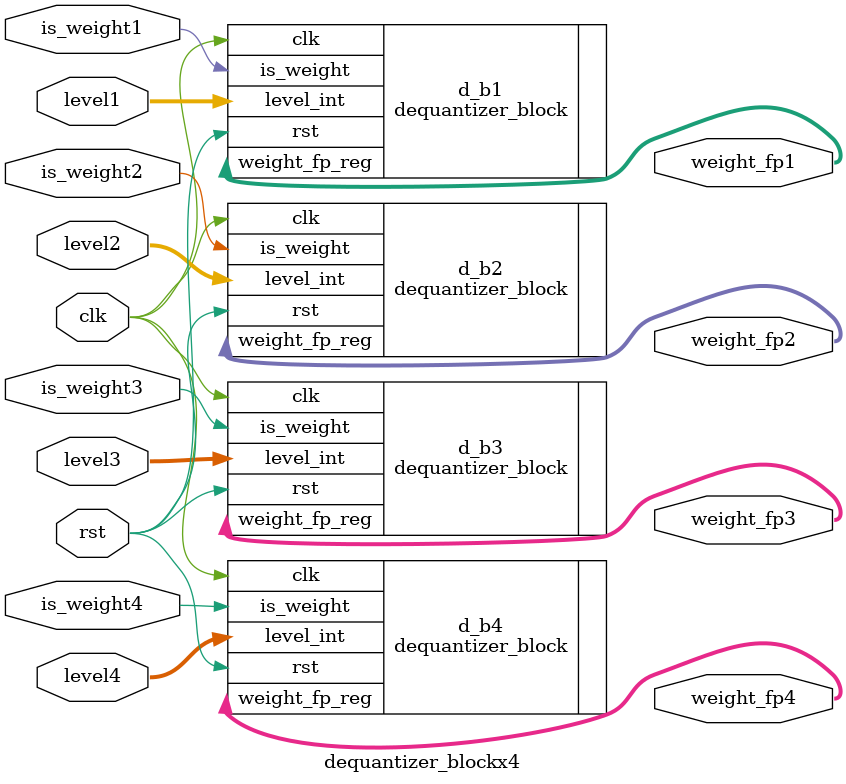
<source format=v>
module dequantizer_blockx4 (
	input clk, rst,
	input [31:0] level1, level2, level3, level4,
	input is_weight1, is_weight2, is_weight3, is_weight4,
	output [31:0] weight_fp1, weight_fp2, weight_fp3, weight_fp4
);
		dequantizer_block d_b1 (
        .clk(clk),
        .rst(rst),
        .level_int(level1),
        .is_weight(is_weight1),
        .weight_fp_reg(weight_fp1)
      );

		 dequantizer_block d_b2 (
        .clk(clk),
        .rst(rst),
        .level_int(level2),
        .is_weight(is_weight2),
        .weight_fp_reg(weight_fp2)
      );
		
		dequantizer_block d_b3 (
        .clk(clk),
        .rst(rst),
        .level_int(level3),
        .is_weight(is_weight3),
        .weight_fp_reg(weight_fp3)
      );

		 dequantizer_block d_b4 (
        .clk(clk),
        .rst(rst),
        .level_int(level4),
        .is_weight(is_weight4),
        .weight_fp_reg(weight_fp4)
      );

endmodule
</source>
